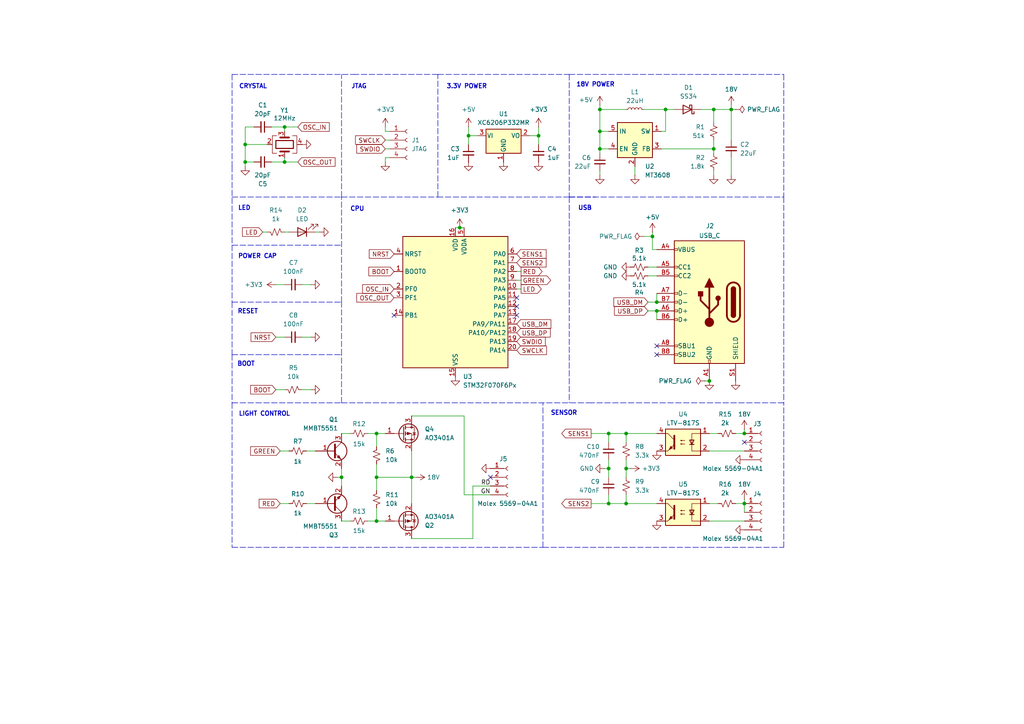
<source format=kicad_sch>
(kicad_sch (version 20250114) (generator "eeschema") (generator_version "9.0")
  (paper "A4")
  (lib_symbols
    (symbol "Connector:Conn_01x04_Socket" (pin_names (offset 1.016) (hide yes))
      (property "Reference" "J" (at 0 5.08 0))
      (property "Value" "Conn_01x04_Socket" (at 0 -7.62 0))
      (symbol "Conn_01x04_Socket_1_1"
        (pin passive line (at -5.08 2.54 0) (length 3.81) (name "Pin_1") (number "1"))
        (pin passive line (at -5.08 0 0) (length 3.81) (name "Pin_2") (number "2"))
        (pin passive line (at -5.08 -2.54 0) (length 3.81) (name "Pin_3") (number "3"))
        (pin passive line (at -5.08 -5.08 0) (length 3.81) (name "Pin_4") (number "4"))
      )
    )
    (symbol "Connector:USB_C_Receptacle_USB2.0_16P" (pin_names (offset 1.016))
      (property "Reference" "J" (at 0 22.225 0))
      (property "Value" "USB_C_Receptacle_USB2.0_16P" (at 0 19.685 0))
      (symbol "USB_C_Receptacle_USB2.0_16P_1_1"
        (pin passive line (at -7.62 -22.86 90) (length 5.08) (name "SHIELD") (number "S1"))
        (pin passive line (at 0 -22.86 90) (length 5.08) (name "GND") (number "A1"))
        (pin passive line (at 0 -22.86 90) (length 5.08) (hide yes) (name "GND") (number "A12"))
        (pin passive line (at 0 -22.86 90) (length 5.08) (hide yes) (name "GND") (number "B1"))
        (pin passive line (at 0 -22.86 90) (length 5.08) (hide yes) (name "GND") (number "B12"))
        (pin passive line (at 15.24 15.24 180) (length 5.08) (name "VBUS") (number "A4"))
        (pin passive line (at 15.24 15.24 180) (length 5.08) (hide yes) (name "VBUS") (number "A9"))
        (pin passive line (at 15.24 15.24 180) (length 5.08) (hide yes) (name "VBUS") (number "B4"))
        (pin passive line (at 15.24 15.24 180) (length 5.08) (hide yes) (name "VBUS") (number "B9"))
        (pin bidirectional line (at 15.24 10.16 180) (length 5.08) (name "CC1") (number "A5"))
        (pin bidirectional line (at 15.24 7.62 180) (length 5.08) (name "CC2") (number "B5"))
        (pin bidirectional line (at 15.24 2.54 180) (length 5.08) (name "D-") (number "A7"))
        (pin bidirectional line (at 15.24 0 180) (length 5.08) (name "D-") (number "B7"))
        (pin bidirectional line (at 15.24 -2.54 180) (length 5.08) (name "D+") (number "A6"))
        (pin bidirectional line (at 15.24 -5.08 180) (length 5.08) (name "D+") (number "B6"))
        (pin bidirectional line (at 15.24 -12.7 180) (length 5.08) (name "SBU1") (number "A8"))
        (pin bidirectional line (at 15.24 -15.24 180) (length 5.08) (name "SBU2") (number "B8"))
      )
    )
    (symbol "Device:C_Small" (pin_numbers (hide yes)) (pin_names (offset 0.254) (hide yes))
      (property "Reference" "C" (at 0.254 1.778 0))
      (property "Value" "C_Small" (at 0.254 -2.032 0))
      (symbol "C_Small_1_1"
        (pin passive line (at 0 2.54 270) (length 2.032) (name "~") (number "1"))
        (pin passive line (at 0 -2.54 90) (length 2.032) (name "~") (number "2"))
      )
    )
    (symbol "Device:Crystal_GND24" (pin_names (offset 1.016) (hide yes))
      (property "Reference" "Y" (at 3.175 5.08 0))
      (property "Value" "Crystal_GND24" (at 3.175 3.175 0))
      (symbol "Crystal_GND24_1_1"
        (pin passive line (at -3.81 0 0) (length 1.27) (name "1") (number "1"))
        (pin passive line (at 0 5.08 270) (length 1.27) (name "2") (number "2"))
        (pin passive line (at 0 -5.08 90) (length 1.27) (name "4") (number "4"))
        (pin passive line (at 3.81 0 180) (length 1.27) (name "3") (number "3"))
      )
    )
    (symbol "Device:LED" (pin_numbers (hide yes)) (pin_names (offset 1.016) (hide yes))
      (property "Reference" "D" (at 0 2.54 0))
      (property "Value" "LED" (at 0 -2.54 0))
      (symbol "LED_1_1"
        (pin passive line (at -3.81 0 0) (length 2.54) (name "K") (number "1"))
        (pin passive line (at 3.81 0 180) (length 2.54) (name "A") (number "2"))
      )
    )
    (symbol "Device:L_Small" (pin_numbers (hide yes)) (pin_names (offset 0.254) (hide yes))
      (property "Reference" "L" (at 0.762 1.016 0))
      (property "Value" "L_Small" (at 0.762 -1.016 0))
      (symbol "L_Small_1_1"
        (pin passive line (at 0 2.54 270) (length 0.508) (name "~") (number "1"))
        (pin passive line (at 0 -2.54 90) (length 0.508) (name "~") (number "2"))
      )
    )
    (symbol "Device:R_Small_US" (pin_numbers (hide yes)) (pin_names (offset 0.254) (hide yes))
      (property "Reference" "R" (at 0.762 0.508 0))
      (property "Value" "R_Small_US" (at 0.762 -1.016 0))
      (symbol "R_Small_US_1_1"
        (pin passive line (at 0 2.54 270) (length 1.016) (name "~") (number "1"))
        (pin passive line (at 0 -2.54 90) (length 1.016) (name "~") (number "2"))
      )
    )
    (symbol "Diode:SS34" (pin_numbers (hide yes)) (pin_names (offset 1.016) (hide yes))
      (property "Reference" "D" (at 0 2.54 0))
      (property "Value" "SS34" (at 0 -2.54 0))
      (symbol "SS34_1_1"
        (pin passive line (at -3.81 0 0) (length 2.54) (name "K") (number "1"))
        (pin passive line (at 3.81 0 180) (length 2.54) (name "A") (number "2"))
      )
    )
    (symbol "Isolator:LTV-817S" (pin_names (offset 1.016))
      (property "Reference" "U" (at -3.81 5.08 0))
      (property "Value" "LTV-817S" (at 0 -5.08 0))
      (symbol "LTV-817S_1_1"
        (pin passive line (at -7.62 2.54 0) (length 2.54) (name "~") (number "1"))
        (pin passive line (at -7.62 -2.54 0) (length 2.54) (name "~") (number "2"))
        (pin passive line (at 7.62 2.54 180) (length 2.54) (name "~") (number "4"))
        (pin passive line (at 7.62 -2.54 180) (length 2.54) (name "~") (number "3"))
      )
    )
    (symbol "MCU_ST_STM32F0:STM32F070F6Px"
      (property "Reference" "U" (at -15.24 21.59 0))
      (property "Value" "STM32F070F6Px" (at 5.08 21.59 0))
      (symbol "STM32F070F6Px_1_1"
        (pin input line (at -17.78 15.24 0) (length 2.54) (name "NRST") (number "4"))
        (pin input line (at -17.78 10.16 0) (length 2.54) (name "BOOT0") (number "1"))
        (pin bidirectional line (at -17.78 5.08 0) (length 2.54) (name "PF0") (number "2"))
        (pin bidirectional line (at -17.78 2.54 0) (length 2.54) (name "PF1") (number "3"))
        (pin bidirectional line (at -17.78 -2.54 0) (length 2.54) (name "PB1") (number "14"))
        (pin power_in line (at 0 22.86 270) (length 2.54) (name "VDD") (number "16"))
        (pin power_in line (at 0 -20.32 90) (length 2.54) (name "VSS") (number "15"))
        (pin power_in line (at 2.54 22.86 270) (length 2.54) (name "VDDA") (number "5"))
        (pin bidirectional line (at 17.78 15.24 180) (length 2.54) (name "PA0") (number "6"))
        (pin bidirectional line (at 17.78 12.7 180) (length 2.54) (name "PA1") (number "7"))
        (pin bidirectional line (at 17.78 10.16 180) (length 2.54) (name "PA2") (number "8"))
        (pin bidirectional line (at 17.78 7.62 180) (length 2.54) (name "PA3") (number "9"))
        (pin bidirectional line (at 17.78 5.08 180) (length 2.54) (name "PA4") (number "10"))
        (pin bidirectional line (at 17.78 2.54 180) (length 2.54) (name "PA5") (number "11"))
        (pin bidirectional line (at 17.78 0 180) (length 2.54) (name "PA6") (number "12"))
        (pin bidirectional line (at 17.78 -2.54 180) (length 2.54) (name "PA7") (number "13"))
        (pin bidirectional line (at 17.78 -5.08 180) (length 2.54) (name "PA9/PA11") (number "17"))
        (pin bidirectional line (at 17.78 -7.62 180) (length 2.54) (name "PA10/PA12") (number "18"))
        (pin bidirectional line (at 17.78 -10.16 180) (length 2.54) (name "PA13") (number "19"))
        (pin bidirectional line (at 17.78 -12.7 180) (length 2.54) (name "PA14") (number "20"))
      )
    )
    (symbol "Regulator_Linear:XC6206PxxxMR" (pin_names (offset 0.254))
      (property "Reference" "U" (at -3.81 3.175 0))
      (property "Value" "XC6206PxxxMR" (at 0 3.175 0))
      (symbol "XC6206PxxxMR_1_1"
        (pin power_in line (at -7.62 0 0) (length 2.54) (name "VI") (number "3"))
        (pin power_in line (at 0 -7.62 90) (length 2.54) (name "GND") (number "1"))
        (pin power_out line (at 7.62 0 180) (length 2.54) (name "VO") (number "2"))
      )
    )
    (symbol "Regulator_Switching:MT3608"
      (property "Reference" "U" (at -2.54 8.89 0))
      (property "Value" "MT3608" (at -3.81 6.35 0))
      (symbol "MT3608_1_1"
        (pin power_in line (at -7.62 2.54 0) (length 2.54) (name "IN") (number "5"))
        (pin input line (at -7.62 -2.54 0) (length 2.54) (name "EN") (number "4"))
        (pin power_in line (at 0 -7.62 90) (length 2.54) (name "GND") (number "2"))
        (pin no_connect line (at 5.08 0 180) (length 2.54) (hide yes) (name "NC") (number "6"))
        (pin passive line (at 7.62 2.54 180) (length 2.54) (name "SW") (number "1"))
        (pin input line (at 7.62 -2.54 180) (length 2.54) (name "FB") (number "3"))
      )
    )
    (symbol "Transistor_BJT:MMBT5551L" (pin_names (offset 0) (hide yes))
      (property "Reference" "Q" (at 5.08 1.905 0))
      (property "Value" "MMBT5551L" (at 5.08 0 0))
      (symbol "MMBT5551L_1_1"
        (pin input line (at -5.08 0 0) (length 5.715) (name "B") (number "1"))
        (pin passive line (at 2.54 5.08 270) (length 2.54) (name "C") (number "3"))
        (pin passive line (at 2.54 -5.08 90) (length 2.54) (name "E") (number "2"))
      )
    )
    (symbol "Transistor_FET:AO3401A" (pin_names (hide yes))
      (property "Reference" "Q" (at 5.08 1.905 0))
      (property "Value" "AO3401A" (at 5.08 0 0))
      (symbol "AO3401A_1_1"
        (pin input line (at -5.08 0 0) (length 2.54) (name "G") (number "1"))
        (pin passive line (at 2.54 5.08 270) (length 2.54) (name "D") (number "3"))
        (pin passive line (at 2.54 -5.08 90) (length 2.54) (name "S") (number "2"))
      )
    )
    (symbol "power:+3V3" (power) (pin_numbers (hide yes)) (pin_names (offset 0) (hide yes))
      (property "Value" "+3V3" (at 0 3.556 0))
      (symbol "+3V3_1_1"
        (pin power_in line (at 0 0 90) (length 0) (name "~") (number "1"))
      )
    )
    (symbol "power:+5V" (power) (pin_numbers (hide yes)) (pin_names (offset 0) (hide yes))
      (property "Value" "+5V" (at 0 3.556 0))
      (symbol "+5V_1_1"
        (pin power_in line (at 0 0 90) (length 0) (name "~") (number "1"))
      )
    )
    (symbol "power:GND" (power) (pin_numbers (hide yes)) (pin_names (offset 0) (hide yes))
      (property "Value" "GND" (at 0 -3.81 0))
      (symbol "GND_1_1"
        (pin power_in line (at 0 0 270) (length 0) (name "~") (number "1"))
      )
    )
    (symbol "power:PWR_FLAG" (power) (pin_numbers (hide yes)) (pin_names (offset 0) (hide yes))
      (property "Value" "PWR_FLAG" (at 0 3.81 0))
      (symbol "PWR_FLAG_0_0"
        (pin power_out line (at 0 0 90) (length 0) (name "~") (number "1"))
      )
    )
    (symbol "power:VDC" (power) (pin_numbers (hide yes)) (pin_names (offset 0) (hide yes))
      (property "Value" "VDC" (at 0 3.556 0))
      (symbol "VDC_1_1"
        (pin power_in line (at 0 0 90) (length 0) (name "~") (number "1"))
      )
    )
  )
  (text "SENSOR" (at 163.576 119.888 0) (effects (font (size 1.27 1.27) (thickness 0.254) (bold yes))))
  (text "3.3V POWER" (at 135.382 25.146 0) (effects (font (size 1.27 1.27) (thickness 0.254) (bold yes))))
  (text "LIGHT CONTROL" (at 76.708 120.142 0) (effects (font (size 1.27 1.27) (thickness 0.254) (bold yes))))
  (text "POWER CAP" (at 74.676 74.422 0) (effects (font (size 1.27 1.27) (thickness 0.254) (bold yes))))
  (text "CPU" (at 103.632 60.706 0) (effects (font (size 1.27 1.27) (thickness 0.254) (bold yes))))
  (text "JTAG" (at 104.14 25.146 0) (effects (font (size 1.27 1.27) (thickness 0.254) (bold yes))))
  (text "18V POWER" (at 172.72 24.638 0) (effects (font (size 1.27 1.27) (thickness 0.254) (bold yes))))
  (text "RESET" (at 71.882 90.424 0) (effects (font (size 1.27 1.27) (thickness 0.254) (bold yes))))
  (text "BOOT" (at 71.374 105.664 0) (effects (font (size 1.27 1.27) (thickness 0.254) (bold yes))))
  (text "LED" (at 70.866 60.452 0) (effects (font (size 1.27 1.27) (thickness 0.254) (bold yes))))
  (text "CRYSTAL" (at 73.406 25.146 0) (effects (font (size 1.27 1.27) (thickness 0.254) (bold yes))))
  (text "USB" (at 169.672 60.452 0) (effects (font (size 1.27 1.27) (thickness 0.254) (bold yes))))
  (junction (at 190.5 87.63))
  (junction (at 82.55 46.99))
  (junction (at 176.53 146.05))
  (junction (at 176.53 125.73))
  (junction (at 82.55 36.83))
  (junction (at 190.5 90.17))
  (junction (at 207.01 43.18))
  (junction (at 109.22 125.73))
  (junction (at 119.38 138.43))
  (junction (at 71.12 46.99))
  (junction (at 109.22 138.43))
  (junction (at 173.99 38.1))
  (junction (at 135.89 39.37))
  (junction (at 71.12 41.91))
  (junction (at 99.06 138.43))
  (junction (at 181.61 125.73))
  (junction (at 205.74 110.49))
  (junction (at 189.23 68.58))
  (junction (at 181.61 146.05))
  (junction (at 215.9 146.05))
  (junction (at 173.99 43.18))
  (junction (at 109.22 151.13))
  (junction (at 193.04 31.75))
  (junction (at 173.99 31.75))
  (junction (at 207.01 31.75))
  (junction (at 215.9 125.73))
  (junction (at 181.61 135.89))
  (junction (at 156.21 39.37))
  (junction (at 212.09 31.75))
  (junction (at 133.35 66.04))
  (junction (at 176.53 135.89))
  (no_connect (at 149.86 88.9))
  (no_connect (at 149.86 86.36))
  (no_connect (at 190.5 100.33))
  (no_connect (at 215.9 128.27))
  (no_connect (at 142.24 138.43))
  (no_connect (at 149.86 91.44))
  (no_connect (at 114.3 91.44))
  (no_connect (at 190.5 102.87))
  (wire (pts (xy 181.61 31.75) (xy 173.99 31.75)))
  (wire (pts (xy 134.62 120.65) (xy 134.62 143.51)))
  (wire (pts (xy 187.96 80.01) (xy 190.5 80.01)))
  (wire (pts (xy 176.53 133.35) (xy 176.53 135.89)))
  (wire (pts (xy 171.45 125.73) (xy 176.53 125.73)))
  (wire (pts (xy 111.76 46.99) (xy 111.76 45.72)))
  (wire (pts (xy 187.96 87.63) (xy 190.5 87.63)))
  (polyline (pts (xy 67.31 116.84) (xy 67.31 158.75)) (stroke (width 0) (type dash)))
  (wire (pts (xy 83.82 146.05) (xy 81.28 146.05)))
  (wire (pts (xy 111.76 45.72) (xy 113.03 45.72)))
  (polyline (pts (xy 165.1 57.15) (xy 165.1 116.84)) (stroke (width 0) (type dash)))
  (wire (pts (xy 181.61 143.51) (xy 181.61 146.05)))
  (wire (pts (xy 193.04 31.75) (xy 186.69 31.75)))
  (polyline (pts (xy 67.31 21.59) (xy 67.31 48.26)) (stroke (width 0) (type dash)))
  (wire (pts (xy 175.26 135.89) (xy 176.53 135.89)))
  (polyline (pts (xy 227.33 116.84) (xy 171.45 116.84)) (stroke (width 0) (type dash)))
  (polyline (pts (xy 165.1 21.59) (xy 227.33 21.59)) (stroke (width 0) (type dash)))
  (wire (pts (xy 91.44 67.31) (xy 92.71 67.31)))
  (wire (pts (xy 76.2 67.31) (xy 77.47 67.31)))
  (wire (pts (xy 212.09 40.64) (xy 212.09 31.75)))
  (wire (pts (xy 71.12 46.99) (xy 73.66 46.99)))
  (polyline (pts (xy 227.33 21.59) (xy 227.33 57.15)) (stroke (width 0) (type dash)))
  (wire (pts (xy 156.21 36.83) (xy 156.21 39.37)))
  (wire (pts (xy 176.53 143.51) (xy 176.53 146.05)))
  (wire (pts (xy 205.74 130.81) (xy 215.9 130.81)))
  (wire (pts (xy 88.9 146.05) (xy 91.44 146.05)))
  (wire (pts (xy 153.67 39.37) (xy 156.21 39.37)))
  (polyline (pts (xy 157.48 158.75) (xy 227.33 158.75)) (stroke (width 0) (type dash)))
  (wire (pts (xy 71.12 41.91) (xy 77.47 41.91)))
  (wire (pts (xy 99.06 138.43) (xy 99.06 140.97)))
  (wire (pts (xy 99.06 135.89) (xy 99.06 138.43)))
  (polyline (pts (xy 227.33 158.75) (xy 227.33 116.84)) (stroke (width 0) (type dash)))
  (wire (pts (xy 176.53 146.05) (xy 181.61 146.05)))
  (polyline (pts (xy 99.06 87.63) (xy 99.06 57.15)) (stroke (width 0) (type dash)))
  (polyline (pts (xy 67.31 158.75) (xy 157.48 158.75)) (stroke (width 0) (type dash)))
  (wire (pts (xy 71.12 41.91) (xy 71.12 46.99)))
  (polyline (pts (xy 99.06 57.15) (xy 127 57.15)) (stroke (width 0) (type dash)))
  (wire (pts (xy 111.76 43.18) (xy 113.03 43.18)))
  (wire (pts (xy 82.55 113.03) (xy 80.01 113.03)))
  (wire (pts (xy 156.21 39.37) (xy 156.21 41.91)))
  (wire (pts (xy 137.16 156.21) (xy 137.16 140.97)))
  (wire (pts (xy 173.99 38.1) (xy 176.53 38.1)))
  (wire (pts (xy 109.22 151.13) (xy 111.76 151.13)))
  (wire (pts (xy 190.5 90.17) (xy 190.5 92.71)))
  (wire (pts (xy 190.5 85.09) (xy 190.5 87.63)))
  (wire (pts (xy 133.35 66.04) (xy 134.62 66.04)))
  (wire (pts (xy 205.74 125.73) (xy 208.28 125.73)))
  (wire (pts (xy 134.62 143.51) (xy 142.24 143.51)))
  (wire (pts (xy 193.04 31.75) (xy 195.58 31.75)))
  (wire (pts (xy 109.22 147.32) (xy 109.22 151.13)))
  (wire (pts (xy 135.89 39.37) (xy 135.89 41.91)))
  (wire (pts (xy 173.99 43.18) (xy 173.99 44.45)))
  (wire (pts (xy 173.99 30.48) (xy 173.99 31.75)))
  (wire (pts (xy 187.96 90.17) (xy 190.5 90.17)))
  (polyline (pts (xy 165.1 57.15) (xy 172.72 57.15)) (stroke (width 0) (type dash)))
  (polyline (pts (xy 67.31 57.15) (xy 99.06 57.15)) (stroke (width 0) (type dash)))
  (wire (pts (xy 80.01 97.79) (xy 82.55 97.79)))
  (polyline (pts (xy 165.1 21.59) (xy 165.1 57.15)) (stroke (width 0) (type dash)))
  (polyline (pts (xy 67.31 21.59) (xy 102.87 21.59)) (stroke (width 0) (type dash)))
  (wire (pts (xy 71.12 36.83) (xy 71.12 41.91)))
  (wire (pts (xy 99.06 151.13) (xy 101.6 151.13)))
  (wire (pts (xy 149.86 81.28) (xy 151.13 81.28)))
  (polyline (pts (xy 67.31 48.26) (xy 67.31 87.63)) (stroke (width 0) (type dash)))
  (wire (pts (xy 204.47 110.49) (xy 205.74 110.49)))
  (wire (pts (xy 119.38 120.65) (xy 134.62 120.65)))
  (wire (pts (xy 90.17 97.79) (xy 87.63 97.79)))
  (wire (pts (xy 181.61 146.05) (xy 190.5 146.05)))
  (wire (pts (xy 205.74 151.13) (xy 215.9 151.13)))
  (polyline (pts (xy 99.06 57.15) (xy 99.06 21.59)) (stroke (width 0) (type dash)))
  (polyline (pts (xy 67.31 87.63) (xy 99.06 87.63)) (stroke (width 0) (type dash)))
  (wire (pts (xy 137.16 140.97) (xy 142.24 140.97)))
  (wire (pts (xy 171.45 146.05) (xy 176.53 146.05)))
  (wire (pts (xy 119.38 138.43) (xy 120.65 138.43)))
  (polyline (pts (xy 67.31 116.84) (xy 99.06 116.84)) (stroke (width 0) (type dash)))
  (wire (pts (xy 88.9 130.81) (xy 91.44 130.81)))
  (polyline (pts (xy 227.33 57.15) (xy 227.33 116.84)) (stroke (width 0) (type dash)))
  (polyline (pts (xy 67.31 71.12) (xy 99.06 71.12)) (stroke (width 0) (type dash)))
  (wire (pts (xy 82.55 36.83) (xy 86.36 36.83)))
  (wire (pts (xy 215.9 146.05) (xy 215.9 148.59)))
  (wire (pts (xy 90.17 82.55) (xy 87.63 82.55)))
  (wire (pts (xy 111.76 38.1) (xy 113.03 38.1)))
  (wire (pts (xy 111.76 40.64) (xy 113.03 40.64)))
  (wire (pts (xy 212.09 31.75) (xy 213.36 31.75)))
  (wire (pts (xy 205.74 146.05) (xy 208.28 146.05)))
  (wire (pts (xy 181.61 135.89) (xy 181.61 138.43)))
  (wire (pts (xy 191.77 43.18) (xy 207.01 43.18)))
  (polyline (pts (xy 99.06 116.84) (xy 99.06 102.87)) (stroke (width 0) (type dash)))
  (wire (pts (xy 90.17 113.03) (xy 87.63 113.03)))
  (wire (pts (xy 151.13 78.74) (xy 149.86 78.74)))
  (wire (pts (xy 151.13 83.82) (xy 149.86 83.82)))
  (polyline (pts (xy 99.06 116.84) (xy 171.45 116.84)) (stroke (width 0) (type dash)))
  (wire (pts (xy 215.9 144.78) (xy 215.9 146.05)))
  (wire (pts (xy 82.55 45.72) (xy 82.55 46.99)))
  (wire (pts (xy 82.55 36.83) (xy 82.55 38.1)))
  (wire (pts (xy 213.36 125.73) (xy 215.9 125.73)))
  (wire (pts (xy 135.89 36.83) (xy 135.89 39.37)))
  (wire (pts (xy 189.23 72.39) (xy 190.5 72.39)))
  (wire (pts (xy 99.06 138.43) (xy 97.79 138.43)))
  (wire (pts (xy 207.01 31.75) (xy 207.01 35.56)))
  (polyline (pts (xy 67.31 87.63) (xy 67.31 102.87)) (stroke (width 0) (type dash)))
  (wire (pts (xy 109.22 125.73) (xy 109.22 129.54)))
  (wire (pts (xy 176.53 125.73) (xy 181.61 125.73)))
  (wire (pts (xy 189.23 68.58) (xy 189.23 72.39)))
  (wire (pts (xy 173.99 49.53) (xy 173.99 50.8)))
  (wire (pts (xy 109.22 138.43) (xy 119.38 138.43)))
  (wire (pts (xy 78.74 36.83) (xy 82.55 36.83)))
  (wire (pts (xy 106.68 151.13) (xy 109.22 151.13)))
  (wire (pts (xy 119.38 156.21) (xy 137.16 156.21)))
  (polyline (pts (xy 165.1 57.15) (xy 127 57.15)) (stroke (width 0) (type dash)))
  (wire (pts (xy 109.22 125.73) (xy 111.76 125.73)))
  (polyline (pts (xy 127 57.15) (xy 127 21.59)) (stroke (width 0) (type dash)))
  (wire (pts (xy 181.61 135.89) (xy 181.61 133.35)))
  (wire (pts (xy 173.99 38.1) (xy 173.99 43.18)))
  (wire (pts (xy 181.61 125.73) (xy 181.61 128.27)))
  (wire (pts (xy 213.36 146.05) (xy 215.9 146.05)))
  (wire (pts (xy 181.61 125.73) (xy 190.5 125.73)))
  (wire (pts (xy 207.01 43.18) (xy 207.01 40.64)))
  (wire (pts (xy 173.99 43.18) (xy 176.53 43.18)))
  (wire (pts (xy 184.15 50.8) (xy 184.15 48.26)))
  (wire (pts (xy 109.22 134.62) (xy 109.22 138.43)))
  (polyline (pts (xy 127 21.59) (xy 165.1 21.59)) (stroke (width 0) (type dash)))
  (wire (pts (xy 109.22 138.43) (xy 109.22 142.24)))
  (polyline (pts (xy 67.31 102.87) (xy 99.06 102.87)) (stroke (width 0) (type dash)))
  (wire (pts (xy 132.08 66.04) (xy 133.35 66.04)))
  (wire (pts (xy 82.55 67.31) (xy 83.82 67.31)))
  (polyline (pts (xy 227.33 57.15) (xy 227.33 57.15)) (stroke (width 0) (type dash)))
  (polyline (pts (xy 67.31 102.87) (xy 67.31 116.84)) (stroke (width 0) (type dash)))
  (wire (pts (xy 119.38 130.81) (xy 119.38 138.43)))
  (wire (pts (xy 212.09 50.8) (xy 212.09 45.72)))
  (wire (pts (xy 207.01 31.75) (xy 212.09 31.75)))
  (wire (pts (xy 173.99 31.75) (xy 173.99 38.1)))
  (wire (pts (xy 215.9 124.46) (xy 215.9 125.73)))
  (wire (pts (xy 176.53 135.89) (xy 176.53 138.43)))
  (polyline (pts (xy 157.48 158.75) (xy 157.48 116.84)) (stroke (width 0) (type dash)))
  (wire (pts (xy 212.09 30.48) (xy 212.09 31.75)))
  (wire (pts (xy 203.2 31.75) (xy 207.01 31.75)))
  (wire (pts (xy 186.69 68.58) (xy 189.23 68.58)))
  (wire (pts (xy 193.04 38.1) (xy 193.04 31.75)))
  (polyline (pts (xy 165.1 57.15) (xy 227.33 57.15)) (stroke (width 0) (type dash)))
  (wire (pts (xy 191.77 38.1) (xy 193.04 38.1)))
  (wire (pts (xy 71.12 48.26) (xy 71.12 46.99)))
  (wire (pts (xy 80.01 82.55) (xy 82.55 82.55)))
  (wire (pts (xy 73.66 36.83) (xy 71.12 36.83)))
  (wire (pts (xy 106.68 125.73) (xy 109.22 125.73)))
  (wire (pts (xy 189.23 67.31) (xy 189.23 68.58)))
  (wire (pts (xy 81.28 130.81) (xy 83.82 130.81)))
  (polyline (pts (xy 127 21.59) (xy 102.87 21.59)) (stroke (width 0) (type dash)))
  (wire (pts (xy 78.74 46.99) (xy 82.55 46.99)))
  (wire (pts (xy 135.89 39.37) (xy 138.43 39.37)))
  (wire (pts (xy 182.88 135.89) (xy 181.61 135.89)))
  (wire (pts (xy 207.01 49.53) (xy 207.01 50.8)))
  (wire (pts (xy 207.01 43.18) (xy 207.01 44.45)))
  (polyline (pts (xy 99.06 102.87) (xy 99.06 87.63)) (stroke (width 0) (type dash)))
  (wire (pts (xy 82.55 46.99) (xy 86.36 46.99)))
  (wire (pts (xy 187.96 77.47) (xy 190.5 77.47)))
  (wire (pts (xy 176.53 125.73) (xy 176.53 128.27)))
  (wire (pts (xy 99.06 125.73) (xy 101.6 125.73)))
  (wire (pts (xy 119.38 138.43) (xy 119.38 146.05)))
  (wire (pts (xy 111.76 36.83) (xy 111.76 38.1)))
  (label "GN" (at 142.24 143.51 180))
  (label "RD" (at 142.24 140.97 180))
  (global_label "SWDIO" (shape input) (at 111.76 43.18 180) (property "Intersheetrefs" "${INTERSHEET_REFS}" (effects (hide yes))))
  (global_label "SWCLK" (shape input) (at 111.76 40.64 180) (property "Intersheetrefs" "${INTERSHEET_REFS}" (effects (hide yes))))
  (global_label "USB_DP" (shape input) (at 187.96 90.17 180) (property "Intersheetrefs" "${INTERSHEET_REFS}" (effects (hide yes))))
  (global_label "BOOT" (shape input) (at 80.01 113.03 180) (property "Intersheetrefs" "${INTERSHEET_REFS}" (effects (hide yes))))
  (global_label "SENS2" (shape output) (at 171.45 146.05 180) (property "Intersheetrefs" "${INTERSHEET_REFS}" (effects (hide yes))))
  (global_label "BOOT" (shape input) (at 114.3 78.74 180) (property "Intersheetrefs" "${INTERSHEET_REFS}" (effects (hide yes))))
  (global_label "SENS2" (shape input) (at 149.86 76.2 0) (property "Intersheetrefs" "${INTERSHEET_REFS}" (effects (hide yes))))
  (global_label "RED" (shape output) (at 151.13 78.74 0) (property "Intersheetrefs" "${INTERSHEET_REFS}" (effects (hide yes))))
  (global_label "GREEN" (shape output) (at 151.13 81.28 0) (property "Intersheetrefs" "${INTERSHEET_REFS}" (effects (hide yes))))
  (global_label "GREEN" (shape input) (at 81.28 130.81 180) (property "Intersheetrefs" "${INTERSHEET_REFS}" (effects (hide yes))))
  (global_label "RED" (shape input) (at 81.28 146.05 180) (property "Intersheetrefs" "${INTERSHEET_REFS}" (effects (hide yes))))
  (global_label "USB_DM" (shape input) (at 149.86 93.98 0) (property "Intersheetrefs" "${INTERSHEET_REFS}" (effects (hide yes))))
  (global_label "OSC_IN" (shape input) (at 86.36 36.83 0) (property "Intersheetrefs" "${INTERSHEET_REFS}" (effects (hide yes))))
  (global_label "OSC_IN" (shape input) (at 114.3 83.82 180) (property "Intersheetrefs" "${INTERSHEET_REFS}" (effects (hide yes))))
  (global_label "OSC_OUT" (shape input) (at 86.36 46.99 0) (property "Intersheetrefs" "${INTERSHEET_REFS}" (effects (hide yes))))
  (global_label "NRST" (shape input) (at 80.01 97.79 180) (property "Intersheetrefs" "${INTERSHEET_REFS}" (effects (hide yes))))
  (global_label "SWCLK" (shape input) (at 149.86 101.6 0) (property "Intersheetrefs" "${INTERSHEET_REFS}" (effects (hide yes))))
  (global_label "SWDIO" (shape input) (at 149.86 99.06 0) (property "Intersheetrefs" "${INTERSHEET_REFS}" (effects (hide yes))))
  (global_label "OSC_OUT" (shape input) (at 114.3 86.36 180) (property "Intersheetrefs" "${INTERSHEET_REFS}" (effects (hide yes))))
  (global_label "USB_DM" (shape input) (at 187.96 87.63 180) (property "Intersheetrefs" "${INTERSHEET_REFS}" (effects (hide yes))))
  (global_label "USB_DP" (shape input) (at 149.86 96.52 0) (property "Intersheetrefs" "${INTERSHEET_REFS}" (effects (hide yes))))
  (global_label "LED" (shape output) (at 151.13 83.82 0) (property "Intersheetrefs" "${INTERSHEET_REFS}" (effects (hide yes))))
  (global_label "NRST" (shape input) (at 114.3 73.66 180) (property "Intersheetrefs" "${INTERSHEET_REFS}" (effects (hide yes))))
  (global_label "SENS1" (shape input) (at 149.86 73.66 0) (property "Intersheetrefs" "${INTERSHEET_REFS}" (effects (hide yes))))
  (global_label "SENS1" (shape output) (at 171.45 125.73 180) (property "Intersheetrefs" "${INTERSHEET_REFS}" (effects (hide yes))))
  (global_label "LED" (shape input) (at 76.2 67.31 180) (property "Intersheetrefs" "${INTERSHEET_REFS}" (effects (hide yes))))
  (symbol (lib_id "Device:C_Small") (at 156.21 44.45 0) (mirror y) (unit 1)
    (property "Reference" "C4" (at 158.75 43.1862 0) (effects (justify right)))
    (property "Value" "1uF" (at 158.75 45.7262 0) (effects (justify right)))
    (property "Footprint" "Capacitor_SMD:C_0603_1608Metric" (effects (hide yes)))
    (property "Description" "Unpolarized capacitor, small symbol" (effects (hide yes)))
    (property "LCSC" "C15849" (effects (hide yes)))
  )
  (symbol (lib_id "power:VDC") (at 215.9 144.78 0) (unit 1)
    (property "Reference" "#PWR033" (effects (hide yes)))
    (property "Value" "18V" (at 215.9 140.462 0))
    (property "Description" "Power symbol creates a global label with name \"VDC\"" (effects (hide yes)))
  )
  (symbol (lib_id "power:+5V") (at 189.23 67.31 0) (unit 1)
    (property "Reference" "#PWR017" (effects (hide yes)))
    (property "Value" "+5V" (at 189.23 62.992 0))
    (property "Description" "Power symbol creates a global label with name \"+5V\"" (effects (hide yes)))
  )
  (symbol (lib_id "power:GND") (at 205.74 110.49 0) (unit 1)
    (property "Reference" "#PWR024" (effects (hide yes)))
    (property "Value" "GND" (effects (hide yes)))
    (property "Description" "Power symbol creates a global label with name \"GND\" , ground" (effects (hide yes)))
  )
  (symbol (lib_id "Transistor_BJT:MMBT5551L") (at 96.52 146.05 0) (mirror x) (unit 1)
    (property "Reference" "Q3" (at 96.774 155.194 0))
    (property "Value" "MMBT5551" (at 92.964 152.654 0))
    (property "Footprint" "Package_TO_SOT_SMD:SOT-23" (effects (hide yes)))
    (property "Datasheet" "www.onsemi.com/pub/Collateral/MMBT5550LT1-D.PDF" (effects (hide yes)))
    (property "Description" "0.6A Ic, 160V Vce, NPN Transistor, SOT-23" (effects (hide yes)))
    (property "LCSC" "C2145" (effects (hide yes)))
  )
  (symbol (lib_id "Device:C_Small") (at 85.09 82.55 90) (unit 1)
    (property "Reference" "C7" (at 85.0963 76.2 90))
    (property "Value" "100nF" (at 85.0963 78.74 90))
    (property "Footprint" "Capacitor_SMD:C_0603_1608Metric" (effects (hide yes)))
    (property "Description" "Unpolarized capacitor, small symbol" (effects (hide yes)))
    (property "LCSC" "C14663" (effects (hide yes)))
  )
  (symbol (lib_id "Device:R_Small_US") (at 109.22 144.78 0) (mirror y) (unit 1)
    (property "Reference" "R11" (at 111.76 143.51 0) (effects (justify right)))
    (property "Value" "10k" (at 111.76 146.05 0) (effects (justify right)))
    (property "Footprint" "Resistor_SMD:R_0603_1608Metric" (effects (hide yes)))
    (property "Description" "Resistor, small US symbol" (effects (hide yes)))
    (property "LCSC" "C25804" (effects (hide yes)))
  )
  (symbol (lib_id "Device:R_Small_US") (at 181.61 130.81 0) (mirror y) (unit 1)
    (property "Reference" "R8" (at 184.15 129.54 0) (effects (justify right)))
    (property "Value" "3.3k" (at 184.15 132.08 0) (effects (justify right)))
    (property "Footprint" "Resistor_SMD:R_0603_1608Metric" (effects (hide yes)))
    (property "Description" "Resistor, small US symbol" (effects (hide yes)))
    (property "LCSC" "C22978" (effects (hide yes)))
  )
  (symbol (lib_id "power:GND") (at 71.12 48.26 0) (unit 1)
    (property "Reference" "#PWR06" (effects (hide yes)))
    (property "Value" "GND" (effects (hide yes)))
    (property "Description" "Power symbol creates a global label with name \"GND\" , ground" (effects (hide yes)))
  )
  (symbol (lib_id "power:PWR_FLAG") (at 186.69 68.58 90) (unit 1)
    (property "Reference" "#FLG04" (effects (hide yes)))
    (property "Value" "PWR_FLAG" (at 183.388 68.58 90) (effects (justify left)))
    (property "Description" "Special symbol for telling ERC where power comes from" (effects (hide yes)))
  )
  (symbol (lib_id "Device:R_Small_US") (at 181.61 140.97 0) (unit 1)
    (property "Reference" "R9" (at 184.15 139.6999 0) (effects (justify left)))
    (property "Value" "3.3k" (at 184.15 142.2399 0) (effects (justify left)))
    (property "Footprint" "Resistor_SMD:R_0603_1608Metric" (effects (hide yes)))
    (property "Description" "Resistor, small US symbol" (effects (hide yes)))
    (property "LCSC" "C22978" (effects (hide yes)))
  )
  (symbol (lib_id "Device:R_Small_US") (at 86.36 146.05 270) (unit 1)
    (property "Reference" "R10" (at 86.36 143.256 90))
    (property "Value" "1k" (at 86.36 148.844 90))
    (property "Footprint" "Resistor_SMD:R_0603_1608Metric" (effects (hide yes)))
    (property "Description" "Resistor, small US symbol" (effects (hide yes)))
    (property "LCSC" "C21190" (effects (hide yes)))
  )
  (symbol (lib_id "Device:C_Small") (at 76.2 36.83 270) (mirror x) (unit 1)
    (property "Reference" "C1" (at 76.1936 30.48 90))
    (property "Value" "20pF" (at 76.1936 33.02 90))
    (property "Footprint" "Capacitor_SMD:C_0603_1608Metric" (effects (hide yes)))
    (property "Description" "Unpolarized capacitor, small symbol" (effects (hide yes)))
    (property "LCSC" "C1648" (effects (hide yes)))
  )
  (symbol (lib_id "Device:C_Small") (at 212.09 43.18 0) (mirror y) (unit 1)
    (property "Reference" "C2" (at 214.63 41.9162 0) (effects (justify right)))
    (property "Value" "22uF" (at 214.63 44.4562 0) (effects (justify right)))
    (property "Footprint" "Capacitor_SMD:C_0805_2012Metric" (effects (hide yes)))
    (property "Description" "Unpolarized capacitor, small symbol" (effects (hide yes)))
    (property "LCSC" "C45783" (effects (hide yes)))
  )
  (symbol (lib_id "power:GND") (at 156.21 46.99 0) (unit 1)
    (property "Reference" "#PWR010" (effects (hide yes)))
    (property "Value" "GND" (effects (hide yes)))
    (property "Description" "Power symbol creates a global label with name \"GND\" , ground" (effects (hide yes)))
  )
  (symbol (lib_id "power:+3V3") (at 133.35 66.04 0) (unit 1)
    (property "Reference" "#PWR015" (effects (hide yes)))
    (property "Value" "+3V3" (at 133.35 60.96 0))
    (property "Description" "Power symbol creates a global label with name \"+3V3\"" (effects (hide yes)))
  )
  (symbol (lib_id "Connector:Conn_01x04_Socket") (at 118.11 40.64 0) (unit 1)
    (property "Reference" "J1" (at 119.38 40.6399 0) (effects (justify left)))
    (property "Value" "JTAG" (at 119.38 43.1799 0) (effects (justify left)))
    (property "Footprint" "Connector_PinHeader_2.54mm:PinHeader_1x04_P2.54mm_Vertical" (effects (hide yes)))
    (property "Description" "Generic connector, single row, 01x04, script generated" (effects (hide yes)))
  )
  (symbol (lib_id "Device:C_Small") (at 173.99 46.99 0) (unit 1)
    (property "Reference" "C6" (at 171.45 45.7262 0) (effects (justify right)))
    (property "Value" "22uF" (at 171.45 48.2662 0) (effects (justify right)))
    (property "Footprint" "Capacitor_SMD:C_0805_2012Metric" (effects (hide yes)))
    (property "Description" "Unpolarized capacitor, small symbol" (effects (hide yes)))
    (property "LCSC" "C45783" (effects (hide yes)))
  )
  (symbol (lib_id "Device:C_Small") (at 176.53 140.97 0) (unit 1)
    (property "Reference" "C9" (at 173.99 139.7062 0) (effects (justify right)))
    (property "Value" "470nF" (at 173.99 142.2462 0) (effects (justify right)))
    (property "Footprint" "Capacitor_SMD:C_0603_1608Metric" (effects (hide yes)))
    (property "Description" "Unpolarized capacitor, small symbol" (effects (hide yes)))
    (property "LCSC" "C1623" (effects (hide yes)))
  )
  (symbol (lib_id "Connector:USB_C_Receptacle_USB2.0_16P") (at 205.74 87.63 0) (mirror y) (unit 1)
    (property "Reference" "J2" (at 204.724 65.532 0) (effects (justify right)))
    (property "Value" "USB_C" (at 202.692 68.326 0) (effects (justify right)))
    (property "Footprint" "Connector_USB:USB_C_Receptacle_GCT_USB4105-xx-A_16P_TopMnt_Horizontal" (effects (hide yes)))
    (property "Datasheet" "https://www.usb.org/sites/default/files/documents/usb_type-c.zip" (effects (hide yes)))
    (property "Description" "USB 2.0-only 16P Type-C Receptacle connector" (effects (hide yes)))
    (property "LCSC" "C165948" (effects (hide yes)))
  )
  (symbol (lib_id "power:+5V") (at 135.89 36.83 0) (unit 1)
    (property "Reference" "#PWR04" (effects (hide yes)))
    (property "Value" "+5V" (at 135.89 31.75 0))
    (property "Description" "Power symbol creates a global label with name \"+5V\"" (effects (hide yes)))
  )
  (symbol (lib_id "Device:R_Small_US") (at 86.36 130.81 270) (unit 1)
    (property "Reference" "R7" (at 86.36 128.016 90))
    (property "Value" "1k" (at 86.36 133.858 90))
    (property "Footprint" "Resistor_SMD:R_0603_1608Metric" (effects (hide yes)))
    (property "Description" "Resistor, small US symbol" (effects (hide yes)))
    (property "LCSC" "C21190" (effects (hide yes)))
  )
  (symbol (lib_id "power:GND") (at 90.17 113.03 90) (mirror x) (unit 1)
    (property "Reference" "#PWR026" (effects (hide yes)))
    (property "Value" "GND" (effects (hide yes)))
    (property "Description" "Power symbol creates a global label with name \"GND\" , ground" (effects (hide yes)))
  )
  (symbol (lib_id "power:VDC") (at 215.9 124.46 0) (unit 1)
    (property "Reference" "#PWR027" (effects (hide yes)))
    (property "Value" "18V" (at 215.9 120.142 0))
    (property "Description" "Power symbol creates a global label with name \"VDC\"" (effects (hide yes)))
  )
  (symbol (lib_id "power:GND") (at 132.08 109.22 0) (unit 1)
    (property "Reference" "#PWR023" (effects (hide yes)))
    (property "Value" "GND" (effects (hide yes)))
    (property "Description" "Power symbol creates a global label with name \"GND\" , ground" (effects (hide yes)))
  )
  (symbol (lib_id "Connector:Conn_01x04_Socket") (at 220.98 148.59 0) (unit 1)
    (property "Reference" "J4" (at 218.44 143.256 0) (effects (justify left)))
    (property "Value" "Molex 5569-04A1" (at 203.708 156.21 0) (effects (justify left)))
    (property "Footprint" "Connector_Molex:Molex_Mini-Fit_Jr_5569-04A1_2x02_P4.20mm_Horizontal" (effects (hide yes)))
    (property "Description" "Generic connector, single row, 01x04, script generated" (effects (hide yes)))
  )
  (symbol (lib_id "Device:R_Small_US") (at 85.09 113.03 270) (mirror x) (unit 1)
    (property "Reference" "R5" (at 85.09 106.68 90))
    (property "Value" "10k" (at 85.09 109.22 90))
    (property "Footprint" "Resistor_SMD:R_0603_1608Metric" (effects (hide yes)))
    (property "Description" "Resistor, small US symbol" (effects (hide yes)))
    (property "LCSC" "C25804" (effects (hide yes)))
  )
  (symbol (lib_id "Device:C_Small") (at 135.89 44.45 0) (unit 1)
    (property "Reference" "C3" (at 133.35 43.1862 0) (effects (justify right)))
    (property "Value" "1uF" (at 133.35 45.7262 0) (effects (justify right)))
    (property "Footprint" "Capacitor_SMD:C_0603_1608Metric" (effects (hide yes)))
    (property "Description" "Unpolarized capacitor, small symbol" (effects (hide yes)))
    (property "LCSC" "C15849" (effects (hide yes)))
  )
  (symbol (lib_id "Device:R_Small_US") (at 104.14 151.13 270) (unit 1)
    (property "Reference" "R13" (at 104.14 148.336 90))
    (property "Value" "15k" (at 104.14 153.924 90))
    (property "Footprint" "Resistor_SMD:R_0603_1608Metric" (effects (hide yes)))
    (property "Description" "Resistor, small US symbol" (effects (hide yes)))
    (property "LCSC" "C22809" (effects (hide yes)))
  )
  (symbol (lib_id "Device:L_Small") (at 184.15 31.75 90) (unit 1)
    (property "Reference" "L1" (at 184.15 26.67 90))
    (property "Value" "22uH" (at 184.15 29.21 90))
    (property "Footprint" "Inductor_SMD:L_Changjiang_FXL0630" (effects (hide yes)))
    (property "Description" "Inductor, small symbol" (effects (hide yes)))
    (property "LCSC" "C177244" (effects (hide yes)))
  )
  (symbol (lib_id "Transistor_BJT:MMBT5551L") (at 96.52 130.81 0) (unit 1)
    (property "Reference" "Q1" (at 96.774 121.666 0))
    (property "Value" "MMBT5551" (at 92.964 124.206 0))
    (property "Footprint" "Package_TO_SOT_SMD:SOT-23" (effects (hide yes)))
    (property "Datasheet" "www.onsemi.com/pub/Collateral/MMBT5550LT1-D.PDF" (effects (hide yes)))
    (property "Description" "0.6A Ic, 160V Vce, NPN Transistor, SOT-23" (effects (hide yes)))
    (property "LCSC" "C2145" (effects (hide yes)))
  )
  (symbol (lib_id "power:PWR_FLAG") (at 213.36 31.75 270) (unit 1)
    (property "Reference" "#FLG03" (effects (hide yes)))
    (property "Value" "PWR_FLAG" (at 216.662 31.75 90) (effects (justify left)))
    (property "Description" "Special symbol for telling ERC where power comes from" (effects (hide yes)))
  )
  (symbol (lib_id "Diode:SS34") (at 199.39 31.75 180) (unit 1)
    (property "Reference" "D1" (at 199.7075 25.4 0))
    (property "Value" "SS34" (at 199.7075 27.94 0))
    (property "Footprint" "Diode_SMD:D_SMA" (effects (hide yes)))
    (property "Datasheet" "https://www.vishay.com/docs/88751/ss32.pdf" (effects (hide yes)))
    (property "Description" "40V 3A Schottky Diode, SMA" (effects (hide yes)))
    (property "LCSC" "C8678" (effects (hide yes)))
  )
  (symbol (lib_id "power:GND") (at 92.71 67.31 90) (mirror x) (unit 1)
    (property "Reference" "#PWR016" (effects (hide yes)))
    (property "Value" "GND" (effects (hide yes)))
    (property "Description" "Power symbol creates a global label with name \"GND\" , ground" (effects (hide yes)))
  )
  (symbol (lib_id "power:GND") (at 213.36 110.49 0) (unit 1)
    (property "Reference" "#PWR025" (effects (hide yes)))
    (property "Value" "GND" (effects (hide yes)))
    (property "Description" "Power symbol creates a global label with name \"GND\" , ground" (effects (hide yes)))
  )
  (symbol (lib_id "Device:C_Small") (at 176.53 130.81 0) (unit 1)
    (property "Reference" "C10" (at 173.99 129.5462 0) (effects (justify right)))
    (property "Value" "470nF" (at 173.99 132.0862 0) (effects (justify right)))
    (property "Footprint" "Capacitor_SMD:C_0603_1608Metric" (effects (hide yes)))
    (property "Description" "Unpolarized capacitor, small symbol" (effects (hide yes)))
    (property "LCSC" "C1623" (effects (hide yes)))
  )
  (symbol (lib_id "power:GND") (at 215.9 133.35 270) (unit 1)
    (property "Reference" "#PWR029" (effects (hide yes)))
    (property "Value" "GND" (effects (hide yes)))
    (property "Description" "Power symbol creates a global label with name \"GND\" , ground" (effects (hide yes)))
  )
  (symbol (lib_id "power:+3V3") (at 156.21 36.83 0) (unit 1)
    (property "Reference" "#PWR05" (effects (hide yes)))
    (property "Value" "+3V3" (at 156.21 31.75 0))
    (property "Description" "Power symbol creates a global label with name \"+3V3\"" (effects (hide yes)))
  )
  (symbol (lib_id "power:VDC") (at 212.09 30.48 0) (unit 1)
    (property "Reference" "#PWR02" (effects (hide yes)))
    (property "Value" "18V" (at 212.09 25.908 0))
    (property "Description" "Power symbol creates a global label with name \"VDC\"" (effects (hide yes)))
  )
  (symbol (lib_id "power:GND") (at 190.5 130.81 0) (unit 1)
    (property "Reference" "#PWR037" (effects (hide yes)))
    (property "Value" "GND" (effects (hide yes)))
    (property "Description" "Power symbol creates a global label with name \"GND\" , ground" (effects (hide yes)))
  )
  (symbol (lib_id "power:GND") (at 97.79 138.43 270) (unit 1)
    (property "Reference" "#PWR030" (effects (hide yes)))
    (property "Value" "GND" (effects (hide yes)))
    (property "Description" "Power symbol creates a global label with name \"GND\" , ground" (effects (hide yes)))
  )
  (symbol (lib_id "power:GND") (at 184.15 50.8 0) (unit 1)
    (property "Reference" "#PWR012" (effects (hide yes)))
    (property "Value" "GND" (effects (hide yes)))
    (property "Description" "Power symbol creates a global label with name \"GND\" , ground" (effects (hide yes)))
  )
  (symbol (lib_id "power:GND") (at 207.01 50.8 0) (unit 1)
    (property "Reference" "#PWR013" (effects (hide yes)))
    (property "Value" "GND" (effects (hide yes)))
    (property "Description" "Power symbol creates a global label with name \"GND\" , ground" (effects (hide yes)))
  )
  (symbol (lib_id "Device:R_Small_US") (at 210.82 125.73 270) (mirror x) (unit 1)
    (property "Reference" "R15" (at 210.312 120.142 90))
    (property "Value" "2k" (at 210.312 122.682 90))
    (property "Footprint" "Resistor_SMD:R_0603_1608Metric" (effects (hide yes)))
    (property "Description" "Resistor, small US symbol" (effects (hide yes)))
    (property "LCSC" "C22975" (effects (hide yes)))
  )
  (symbol (lib_id "power:GND") (at 90.17 97.79 90) (mirror x) (unit 1)
    (property "Reference" "#PWR022" (effects (hide yes)))
    (property "Value" "GND" (effects (hide yes)))
    (property "Description" "Power symbol creates a global label with name \"GND\" , ground" (effects (hide yes)))
  )
  (symbol (lib_id "Device:R_Small_US") (at 210.82 146.05 270) (mirror x) (unit 1)
    (property "Reference" "R16" (at 210.312 140.462 90))
    (property "Value" "2k" (at 210.312 143.002 90))
    (property "Footprint" "Resistor_SMD:R_0603_1608Metric" (effects (hide yes)))
    (property "Description" "Resistor, small US symbol" (effects (hide yes)))
    (property "LCSC" "C22975" (effects (hide yes)))
  )
  (symbol (lib_id "MCU_ST_STM32F0:STM32F070F6Px") (at 132.08 88.9 0) (unit 1)
    (property "Reference" "U3" (at 134.2741 109.22 0) (effects (justify left)))
    (property "Value" "STM32F070F6Px" (at 134.2741 111.76 0) (effects (justify left)))
    (property "Footprint" "Package_SO:TSSOP-20_4.4x6.5mm_P0.65mm" (effects (hide yes)))
    (property "Datasheet" "https://www.st.com/resource/en/datasheet/stm32f070f6.pdf" (effects (hide yes)))
    (property "Description" "STMicroelectronics Arm Cortex-M0 MCU, 32KB flash, 6KB RAM, 48 MHz, 2.4-3.6V, 15 GPIO, TSSOP20" (effects (hide yes)))
    (property "LCSC" "C86951" (effects (hide yes)))
  )
  (symbol (lib_id "Device:LED") (at 87.63 67.31 180) (unit 1)
    (property "Reference" "D2" (at 87.63 60.96 0))
    (property "Value" "LED" (at 87.63 63.5 0))
    (property "Footprint" "LED_SMD:LED_0603_1608Metric" (effects (hide yes)))
    (property "Description" "Light emitting diode" (effects (hide yes)))
    (property "LCSC" "C2286" (effects (hide yes)))
  )
  (symbol (lib_id "Isolator:LTV-817S") (at 198.12 128.27 0) (mirror y) (unit 1)
    (property "Reference" "U4" (at 198.12 120.142 0))
    (property "Value" "LTV-817S" (at 198.12 122.682 0))
    (property "Footprint" "Package_DIP:SMDIP-4_W9.53mm" (effects (hide yes)))
    (property "Datasheet" "http://www.us.liteon.com/downloads/LTV-817-827-847.PDF" (effects (hide yes)))
    (property "Description" "DC Optocoupler, Vce 35V, CTR 50%, SMDIP-4" (effects (hide yes)))
    (property "LCSC" "C109227" (effects (hide yes)))
  )
  (symbol (lib_id "power:GND") (at 146.05 46.99 0) (unit 1)
    (property "Reference" "#PWR09" (effects (hide yes)))
    (property "Value" "GND" (effects (hide yes)))
    (property "Description" "Power symbol creates a global label with name \"GND\" , ground" (effects (hide yes)))
  )
  (symbol (lib_id "power:GND") (at 215.9 153.67 270) (unit 1)
    (property "Reference" "#PWR034" (effects (hide yes)))
    (property "Value" "GND" (effects (hide yes)))
    (property "Description" "Power symbol creates a global label with name \"GND\" , ground" (effects (hide yes)))
  )
  (symbol (lib_id "power:+3V3") (at 182.88 135.89 270) (unit 1)
    (property "Reference" "#PWR039" (effects (hide yes)))
    (property "Value" "+3V3" (at 186.182 135.89 90) (effects (justify left)))
    (property "Description" "Power symbol creates a global label with name \"+3V3\"" (effects (hide yes)))
  )
  (symbol (lib_id "Device:R_Small_US") (at 109.22 132.08 0) (mirror y) (unit 1)
    (property "Reference" "R6" (at 111.76 130.81 0) (effects (justify right)))
    (property "Value" "10k" (at 111.76 133.35 0) (effects (justify right)))
    (property "Footprint" "Resistor_SMD:R_0603_1608Metric" (effects (hide yes)))
    (property "Description" "Resistor, small US symbol" (effects (hide yes)))
    (property "LCSC" "C25804" (effects (hide yes)))
  )
  (symbol (lib_id "power:+5V") (at 173.99 30.48 0) (unit 1)
    (property "Reference" "#PWR01" (effects (hide yes)))
    (property "Value" "+5V" (at 169.926 28.956 0))
    (property "Description" "Power symbol creates a global label with name \"+5V\"" (effects (hide yes)))
  )
  (symbol (lib_id "Transistor_FET:AO3401A") (at 116.84 125.73 0) (unit 1)
    (property "Reference" "Q4" (at 123.19 124.4599 0) (effects (justify left)))
    (property "Value" "AO3401A" (at 123.19 126.9999 0) (effects (justify left)))
    (property "Footprint" "Package_TO_SOT_SMD:SOT-23" (effects (hide yes)))
    (property "Datasheet" "http://www.aosmd.com/pdfs/datasheet/AO3401A.pdf" (effects (hide yes)))
    (property "Description" "-4.0A Id, -30V Vds, P-Channel MOSFET, SOT-23" (effects (hide yes)))
    (property "LCSC" "C15127" (effects (hide yes)))
  )
  (symbol (lib_id "Device:R_Small_US") (at 207.01 38.1 0) (unit 1)
    (property "Reference" "R1" (at 204.47 36.83 0) (effects (justify right)))
    (property "Value" "51k" (at 204.47 39.37 0) (effects (justify right)))
    (property "Footprint" "Resistor_SMD:R_0603_1608Metric" (effects (hide yes)))
    (property "Description" "Resistor, small US symbol" (effects (hide yes)))
    (property "LCSC" "C23196" (effects (hide yes)))
  )
  (symbol (lib_id "Device:R_Small_US") (at 80.01 67.31 270) (mirror x) (unit 1)
    (property "Reference" "R14" (at 80.01 60.96 90))
    (property "Value" "1k" (at 80.01 63.5 90))
    (property "Footprint" "Resistor_SMD:R_0603_1608Metric" (effects (hide yes)))
    (property "Description" "Resistor, small US symbol" (effects (hide yes)))
    (property "LCSC" "C21190" (effects (hide yes)))
  )
  (symbol (lib_id "Transistor_FET:AO3401A") (at 116.84 151.13 0) (mirror x) (unit 1)
    (property "Reference" "Q2" (at 123.19 152.4001 0) (effects (justify left)))
    (property "Value" "AO3401A" (at 123.19 149.8601 0) (effects (justify left)))
    (property "Footprint" "Package_TO_SOT_SMD:SOT-23" (effects (hide yes)))
    (property "Datasheet" "http://www.aosmd.com/pdfs/datasheet/AO3401A.pdf" (effects (hide yes)))
    (property "Description" "-4.0A Id, -30V Vds, P-Channel MOSFET, SOT-23" (effects (hide yes)))
    (property "LCSC" "C15127" (effects (hide yes)))
  )
  (symbol (lib_id "power:GND") (at 175.26 135.89 270) (unit 1)
    (property "Reference" "#PWR036" (effects (hide yes)))
    (property "Value" "GND" (at 170.18 135.89 90))
    (property "Description" "Power symbol creates a global label with name \"GND\" , ground" (effects (hide yes)))
  )
  (symbol (lib_id "Isolator:LTV-817S") (at 198.12 148.59 0) (mirror y) (unit 1)
    (property "Reference" "U5" (at 198.12 140.462 0))
    (property "Value" "LTV-817S" (at 198.12 143.002 0))
    (property "Footprint" "Package_DIP:SMDIP-4_W9.53mm" (effects (hide yes)))
    (property "Datasheet" "http://www.us.liteon.com/downloads/LTV-817-827-847.PDF" (effects (hide yes)))
    (property "Description" "DC Optocoupler, Vce 35V, CTR 50%, SMDIP-4" (effects (hide yes)))
    (property "LCSC" "C109227" (effects (hide yes)))
  )
  (symbol (lib_id "Device:R_Small_US") (at 185.42 77.47 90) (unit 1)
    (property "Reference" "R3" (at 185.42 72.644 90))
    (property "Value" "5.1k" (at 185.42 74.93 90))
    (property "Footprint" "Resistor_SMD:R_0603_1608Metric" (effects (hide yes)))
    (property "Description" "Resistor, small US symbol" (effects (hide yes)))
    (property "LCSC" "C23186" (effects (hide yes)))
  )
  (symbol (lib_id "power:GND") (at 90.17 82.55 90) (mirror x) (unit 1)
    (property "Reference" "#PWR021" (effects (hide yes)))
    (property "Value" "GND" (effects (hide yes)))
    (property "Description" "Power symbol creates a global label with name \"GND\" , ground" (effects (hide yes)))
  )
  (symbol (lib_id "power:GND") (at 111.76 46.99 0) (unit 1)
    (property "Reference" "#PWR07" (effects (hide yes)))
    (property "Value" "GND" (effects (hide yes)))
    (property "Description" "Power symbol creates a global label with name \"GND\" , ground" (effects (hide yes)))
  )
  (symbol (lib_id "Device:C_Small") (at 85.09 97.79 90) (unit 1)
    (property "Reference" "C8" (at 85.0964 91.44 90))
    (property "Value" "100nF" (at 85.0964 93.98 90))
    (property "Footprint" "Capacitor_SMD:C_0603_1608Metric" (effects (hide yes)))
    (property "Description" "Unpolarized capacitor, small symbol" (effects (hide yes)))
    (property "LCSC" "C14663" (effects (hide yes)))
  )
  (symbol (lib_id "Regulator_Switching:MT3608") (at 184.15 40.64 0) (unit 1)
    (property "Reference" "U2" (at 188.468 48.26 0))
    (property "Value" "MT3608" (at 190.754 50.8 0))
    (property "Footprint" "Package_TO_SOT_SMD:SOT-23-6" (effects (hide yes)))
    (property "Datasheet" "https://www.olimex.com/Products/Breadboarding/BB-PWR-3608/resources/MT3608.pdf" (effects (hide yes)))
    (property "Description" "High Efficiency 1.2MHz 2A Step Up Converter, 2-24V Vin, 28V Vout, 4A current limit, 1.2MHz, SOT23-6" (effects (hide yes)))
    (property "LCSC" "C2932326" (effects (hide yes)))
  )
  (symbol (lib_id "power:+3V3") (at 80.01 82.55 90) (unit 1)
    (property "Reference" "#PWR020" (effects (hide yes)))
    (property "Value" "+3V3" (at 76.2 82.5499 90) (effects (justify left)))
    (property "Description" "Power symbol creates a global label with name \"+3V3\"" (effects (hide yes)))
  )
  (symbol (lib_id "Regulator_Linear:XC6206PxxxMR") (at 146.05 39.37 0) (unit 1)
    (property "Reference" "U1" (at 146.05 33.02 0))
    (property "Value" "XC6206P332MR" (at 146.05 35.56 0))
    (property "Footprint" "Package_TO_SOT_SMD:SOT-23-3" (effects (hide yes)))
    (property "Datasheet" "https://www.torexsemi.com/file/xc6206/XC6206.pdf" (effects (hide yes)))
    (property "Description" "Positive 60-250mA Low Dropout Regulator, Fixed Output, SOT-23" (effects (hide yes)))
    (property "LCSC" "C5446" (effects (hide yes)))
  )
  (symbol (lib_id "Connector:Conn_01x04_Socket") (at 220.98 128.27 0) (unit 1)
    (property "Reference" "J3" (at 218.44 122.936 0) (effects (justify left)))
    (property "Value" "Molex 5569-04A1" (at 203.708 135.89 0) (effects (justify left)))
    (property "Footprint" "Connector_Molex:Molex_Mini-Fit_Jr_5569-04A1_2x02_P4.20mm_Horizontal" (effects (hide yes)))
    (property "Description" "Generic connector, single row, 01x04, script generated" (effects (hide yes)))
  )
  (symbol (lib_id "Device:R_Small_US") (at 185.42 80.01 90) (unit 1)
    (property "Reference" "R4" (at 185.42 84.836 90))
    (property "Value" "5.1k" (at 185.42 82.55 90))
    (property "Footprint" "Resistor_SMD:R_0603_1608Metric" (effects (hide yes)))
    (property "Description" "Resistor, small US symbol" (effects (hide yes)))
    (property "LCSC" "C23186" (effects (hide yes)))
  )
  (symbol (lib_id "power:GND") (at 87.63 41.91 90) (unit 1)
    (property "Reference" "#PWR035" (effects (hide yes)))
    (property "Value" "GND" (effects (hide yes)))
    (property "Description" "Power symbol creates a global label with name \"GND\" , ground" (effects (hide yes)))
  )
  (symbol (lib_id "power:GND") (at 182.88 80.01 270) (unit 1)
    (property "Reference" "#PWR019" (effects (hide yes)))
    (property "Value" "GND" (at 179.07 80.0099 90) (effects (justify right)))
    (property "Description" "Power symbol creates a global label with name \"GND\" , ground" (effects (hide yes)))
  )
  (symbol (lib_id "Device:Crystal_GND24") (at 82.55 41.91 90) (unit 1)
    (property "Reference" "Y1" (at 82.55 32.004 90))
    (property "Value" "12MHz" (at 82.55 34.29 90))
    (property "Footprint" "Crystal:Crystal_SMD_3225-4Pin_3.2x2.5mm" (effects (hide yes)))
    (property "Description" "Four pin crystal, GND on pins 2 and 4" (effects (hide yes)))
    (property "LCSC" "C9002" (effects (hide yes)))
  )
  (symbol (lib_id "power:GND") (at 142.24 135.89 270) (unit 1)
    (property "Reference" "#PWR032" (effects (hide yes)))
    (property "Value" "GND" (effects (hide yes)))
    (property "Description" "Power symbol creates a global label with name \"GND\" , ground" (effects (hide yes)))
  )
  (symbol (lib_id "Device:R_Small_US") (at 207.01 46.99 0) (unit 1)
    (property "Reference" "R2" (at 204.47 45.72 0) (effects (justify right)))
    (property "Value" "1.8k" (at 204.47 48.26 0) (effects (justify right)))
    (property "Footprint" "Resistor_SMD:R_0603_1608Metric" (effects (hide yes)))
    (property "Description" "Resistor, small US symbol" (effects (hide yes)))
    (property "LCSC" "C4177" (effects (hide yes)))
  )
  (symbol (lib_id "power:GND") (at 173.99 50.8 0) (unit 1)
    (property "Reference" "#PWR011" (effects (hide yes)))
    (property "Value" "GND" (effects (hide yes)))
    (property "Description" "Power symbol creates a global label with name \"GND\" , ground" (effects (hide yes)))
  )
  (symbol (lib_id "Device:R_Small_US") (at 104.14 125.73 270) (unit 1)
    (property "Reference" "R12" (at 104.14 122.936 90))
    (property "Value" "15k" (at 104.14 128.778 90))
    (property "Footprint" "Resistor_SMD:R_0603_1608Metric" (effects (hide yes)))
    (property "Description" "Resistor, small US symbol" (effects (hide yes)))
    (property "LCSC" "C22809" (effects (hide yes)))
  )
  (symbol (lib_id "power:GND") (at 190.5 151.13 0) (unit 1)
    (property "Reference" "#PWR038" (effects (hide yes)))
    (property "Value" "GND" (effects (hide yes)))
    (property "Description" "Power symbol creates a global label with name \"GND\" , ground" (effects (hide yes)))
  )
  (symbol (lib_id "Device:C_Small") (at 76.2 46.99 270) (unit 1)
    (property "Reference" "C5" (at 76.1936 53.34 90))
    (property "Value" "20pF" (at 76.1936 50.8 90))
    (property "Footprint" "Capacitor_SMD:C_0603_1608Metric" (effects (hide yes)))
    (property "Description" "Unpolarized capacitor, small symbol" (effects (hide yes)))
    (property "LCSC" "C1648" (effects (hide yes)))
  )
  (symbol (lib_id "power:VDC") (at 120.65 138.43 270) (unit 1)
    (property "Reference" "#PWR031" (effects (hide yes)))
    (property "Value" "18V" (at 125.73 138.43 90))
    (property "Description" "Power symbol creates a global label with name \"VDC\"" (effects (hide yes)))
  )
  (symbol (lib_id "power:GND") (at 182.88 77.47 270) (unit 1)
    (property "Reference" "#PWR018" (effects (hide yes)))
    (property "Value" "GND" (at 179.07 77.4699 90) (effects (justify right)))
    (property "Description" "Power symbol creates a global label with name \"GND\" , ground" (effects (hide yes)))
  )
  (symbol (lib_id "power:PWR_FLAG") (at 204.47 110.49 90) (unit 1)
    (property "Reference" "#FLG02" (effects (hide yes)))
    (property "Value" "PWR_FLAG" (at 200.66 110.4899 90) (effects (justify left)))
    (property "Description" "Special symbol for telling ERC where power comes from" (effects (hide yes)))
  )
  (symbol (lib_id "power:GND") (at 212.09 50.8 0) (unit 1)
    (property "Reference" "#PWR014" (effects (hide yes)))
    (property "Value" "GND" (effects (hide yes)))
    (property "Description" "Power symbol creates a global label with name \"GND\" , ground" (effects (hide yes)))
  )
  (symbol (lib_id "Connector:Conn_01x04_Socket") (at 147.32 138.43 0) (unit 1)
    (property "Reference" "J5" (at 144.78 133.096 0) (effects (justify left)))
    (property "Value" "Molex 5569-04A1" (at 138.43 146.05 0) (effects (justify left)))
    (property "Footprint" "Connector_Molex:Molex_Mini-Fit_Jr_5569-04A1_2x02_P4.20mm_Horizontal" (effects (hide yes)))
    (property "Description" "Generic connector, single row, 01x04, script generated" (effects (hide yes)))
  )
  (symbol (lib_id "power:+3V3") (at 111.76 36.83 0) (unit 1)
    (property "Reference" "#PWR03" (effects (hide yes)))
    (property "Value" "+3V3" (at 111.76 31.75 0))
    (property "Description" "Power symbol creates a global label with name \"+3V3\"" (effects (hide yes)))
  )
  (symbol (lib_id "power:GND") (at 135.89 46.99 0) (unit 1)
    (property "Reference" "#PWR08" (effects (hide yes)))
    (property "Value" "GND" (effects (hide yes)))
    (property "Description" "Power symbol creates a global label with name \"GND\" , ground" (effects (hide yes)))
  )
)
</source>
